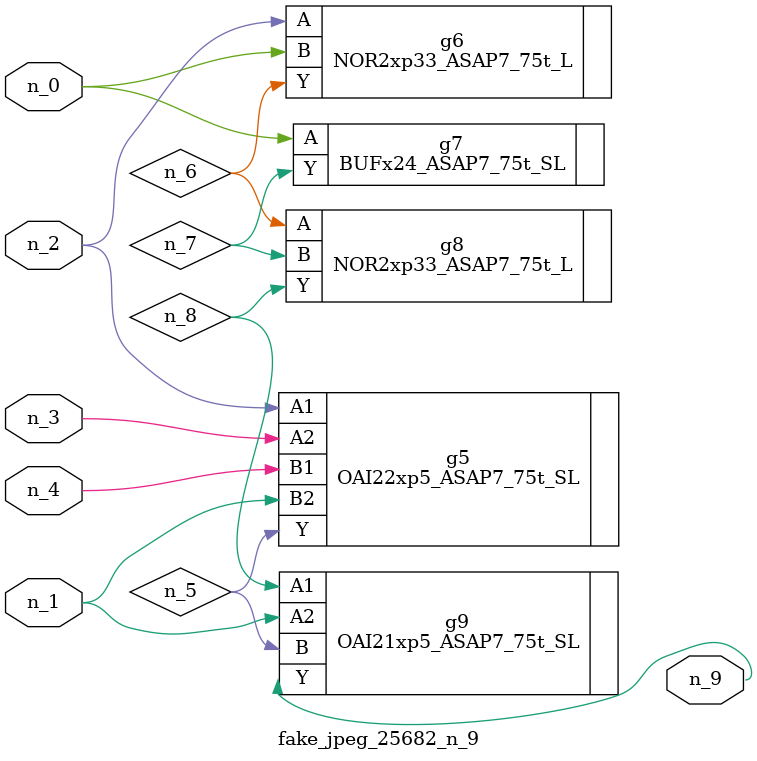
<source format=v>
module fake_jpeg_25682_n_9 (n_3, n_2, n_1, n_0, n_4, n_9);

input n_3;
input n_2;
input n_1;
input n_0;
input n_4;

output n_9;

wire n_8;
wire n_6;
wire n_5;
wire n_7;

OAI22xp5_ASAP7_75t_SL g5 ( 
.A1(n_2),
.A2(n_3),
.B1(n_4),
.B2(n_1),
.Y(n_5)
);

NOR2xp33_ASAP7_75t_L g6 ( 
.A(n_2),
.B(n_0),
.Y(n_6)
);

BUFx24_ASAP7_75t_SL g7 ( 
.A(n_0),
.Y(n_7)
);

NOR2xp33_ASAP7_75t_L g8 ( 
.A(n_6),
.B(n_7),
.Y(n_8)
);

OAI21xp5_ASAP7_75t_SL g9 ( 
.A1(n_8),
.A2(n_1),
.B(n_5),
.Y(n_9)
);


endmodule
</source>
